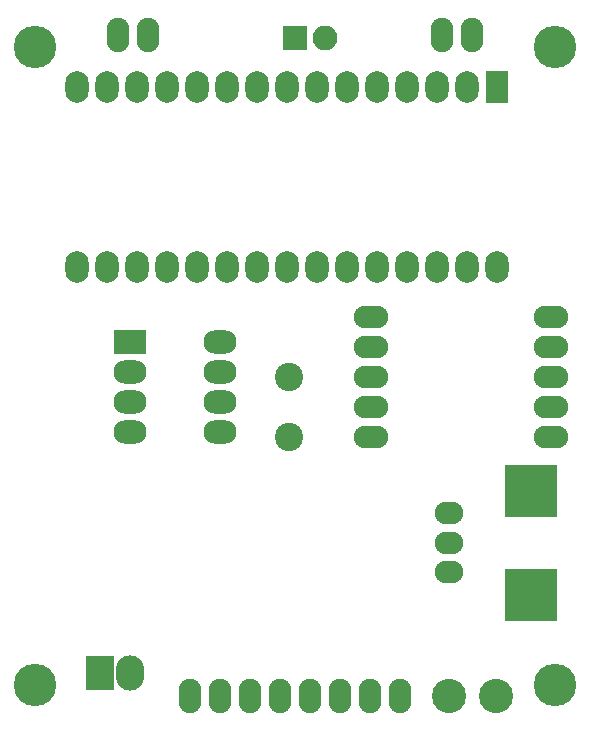
<source format=gbr>
G04 #@! TF.FileFunction,Soldermask,Bot*
%FSLAX46Y46*%
G04 Gerber Fmt 4.6, Leading zero omitted, Abs format (unit mm)*
G04 Created by KiCad (PCBNEW 4.0.4-stable) date 06/09/17 11:44:03*
%MOMM*%
%LPD*%
G01*
G04 APERTURE LIST*
%ADD10C,0.100000*%
%ADD11C,2.400000*%
%ADD12O,2.924000X1.924000*%
%ADD13R,2.400000X3.000000*%
%ADD14O,2.400000X3.000000*%
%ADD15R,2.800000X2.000000*%
%ADD16O,2.800000X2.000000*%
%ADD17O,1.920000X2.920000*%
%ADD18O,2.400000X1.924000*%
%ADD19R,4.400000X4.400000*%
%ADD20R,1.974800X2.686000*%
%ADD21O,1.974800X2.686000*%
%ADD22C,3.600000*%
%ADD23C,2.899360*%
%ADD24R,2.100000X2.100000*%
%ADD25O,2.100000X2.100000*%
G04 APERTURE END LIST*
D10*
D11*
X94500000Y-101000000D03*
X94500000Y-106000000D03*
D12*
X116620000Y-106080000D03*
X116620000Y-103540000D03*
X116620000Y-101000000D03*
X116620000Y-98460000D03*
X116620000Y-95920000D03*
X101380000Y-95920000D03*
X101380000Y-98460000D03*
X101380000Y-101000000D03*
X101380000Y-103540000D03*
X101380000Y-106080000D03*
D13*
X78500000Y-126000000D03*
D14*
X81040000Y-126000000D03*
D15*
X81000000Y-98000000D03*
D16*
X88620000Y-105620000D03*
X81000000Y-100540000D03*
X88620000Y-103080000D03*
X81000000Y-103080000D03*
X88620000Y-100540000D03*
X81000000Y-105620000D03*
X88620000Y-98000000D03*
D17*
X80000000Y-72000000D03*
X82540000Y-72000000D03*
X110000000Y-72000000D03*
X107460000Y-72000000D03*
D18*
X108000000Y-112500000D03*
X108000000Y-115000000D03*
X108000000Y-117500000D03*
D19*
X115000000Y-119400000D03*
X115000000Y-110600000D03*
D20*
X112050000Y-76380000D03*
D21*
X109510000Y-76380000D03*
X106970000Y-76380000D03*
X104430000Y-76380000D03*
X101890000Y-76380000D03*
X99350000Y-76380000D03*
X96810000Y-76380000D03*
X94270000Y-76380000D03*
X91730000Y-76380000D03*
X89190000Y-76380000D03*
X86650000Y-76380000D03*
X84110000Y-76380000D03*
X81570000Y-76380000D03*
X79030000Y-76380000D03*
X76490000Y-76380000D03*
X76490000Y-91620000D03*
X79030000Y-91620000D03*
X81570000Y-91620000D03*
X84110000Y-91620000D03*
X86650000Y-91620000D03*
X89190000Y-91620000D03*
X91730000Y-91620000D03*
X94270000Y-91620000D03*
X96810000Y-91620000D03*
X99350000Y-91620000D03*
X101890000Y-91620000D03*
X104430000Y-91620000D03*
X106970000Y-91620000D03*
X109510000Y-91620000D03*
X112050000Y-91620000D03*
D22*
X73000000Y-73000000D03*
X117000000Y-73000000D03*
X73000000Y-127000000D03*
X117000000Y-127000000D03*
D23*
X112000000Y-128000000D03*
X108000000Y-128000000D03*
D17*
X86100000Y-128000000D03*
X88640000Y-128000000D03*
X91180000Y-128000000D03*
X93720000Y-128000000D03*
X96260000Y-128000000D03*
X98800000Y-128000000D03*
X101340000Y-128000000D03*
X103880000Y-128000000D03*
D24*
X95000000Y-72250000D03*
D25*
X97540000Y-72250000D03*
M02*

</source>
